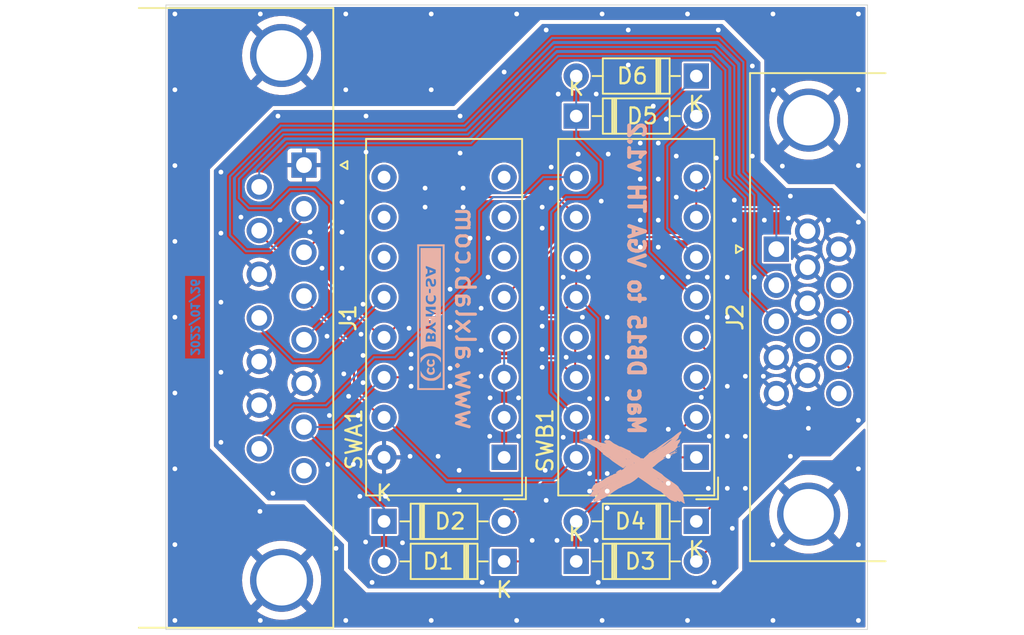
<source format=kicad_pcb>
(kicad_pcb (version 20211014) (generator pcbnew)
  (layers (0 "F.Cu" signal) (31 "B.Cu" signal) (34 "B.Paste" user) (35 "F.Paste" user) (36 "B.SilkS" user "B.Silkscreen") (37 "F.SilkS" user "F.Silkscreen") (38 "B.Mask" user) (39 "F.Mask" user) (44 "Edge.Cuts" user))
  (net 0 "")
  (net 1 "/S1-1")
  (net 2 "/D1")
  (net 3 "/D2")
  (net 4 "/D3")
  (net 5 "/S2-1")
  (net 6 "/D4")
  (net 7 "/S0-1")
  (net 8 "/D5")
  (net 9 "/D6")
  (net 10 "/HS")
  (net 11 "/VS")
  (net 12 "/B")
  (net 14 "/G")
  (net 15 "/CS")
  (net 16 "/R")
  (net 18 "/VS-2")
  (net 21 "Net-(SWA1-Pad1)")
  (net 28 "/HS-CS")
  (net 29 "/GND")
  (net 30 "/GND.S")
  (footprint "Connector_Dsub:DSUB-15_Male_Horizontal_P2.77x2.84mm_EdgePinOffset7.70mm_Housed_MountingHolesOffset9.12mm" (layer "F.Cu") (at 109.22 95.25 -90)
    (fp_text reference "J1" (at 9.695 -2.8 90) (layer "F.SilkS"))
    (fp_text value "Mac_DB15_Male_MountingHoles")
    (pad "0" thru_hole circle (at -6.955 1.42 270) (size 4 4) (drill 3.2) (layers *.Cu *.Mask) (net 30 "/GND.S"))
    (pad "0" thru_hole circle (at 26.345 1.42 270) (size 4 4) (drill 3.2) (layers *.Cu *.Mask) (net 30 "/GND.S"))
    (pad "1" thru_hole rect (at 0 0 270) (size 1.6 1.6) (drill 1) (layers *.Cu *.Mask) (net 29 "/GND"))
    (pad "2" thru_hole circle (at 2.77 0 270) (size 1.6 1.6) (drill 1) (layers *.Cu *.Mask) (net 16 "/R"))
    (pad "3" thru_hole circle (at 5.54 0 270) (size 1.6 1.6) (drill 1) (layers *.Cu *.Mask) (net 15 "/CS"))
    (pad "4" thru_hole circle (at 8.31 0 270) (size 1.6 1.6) (drill 1) (layers *.Cu *.Mask) (net 7 "/S0-1"))
    (pad "5" thru_hole circle (at 11.08 0 270) (size 1.6 1.6) (drill 1) (layers *.Cu *.Mask) (net 14 "/G"))
    (pad "6" thru_hole circle (at 13.85 0 270) (size 1.6 1.6) (drill 1) (layers *.Cu *.Mask) (net 29 "/GND"))
    (pad "7" thru_hole circle (at 16.62 0 270) (size 1.6 1.6) (drill 1) (layers *.Cu *.Mask) (net 1 "/S1-1"))
    (pad "8" thru_hole circle (at 19.39 0 270) (size 1.6 1.6) (drill 1) (layers *.Cu *.Mask))
    (pad "9" thru_hole circle (at 1.385 2.84 270) (size 1.6 1.6) (drill 1) (layers *.Cu *.Mask) (net 12 "/B"))
    (pad "10" thru_hole circle (at 4.155 2.84 270) (size 1.6 1.6) (drill 1) (layers *.Cu *.Mask) (net 5 "/S2-1"))
    (pad "11" thru_hole circle (at 6.925 2.84 270) (size 1.6 1.6) (drill 1) (layers *.Cu *.Mask) (net 29 "/GND"))
    (pad "12" thru_hole circle (at 9.695 2.84 270) (size 1.6 1.6) (drill 1) (layers *.Cu *.Mask) (net 11 "/VS"))
    (pad "13" thru_hole circle (at 12.465 2.84 270) (size 1.6 1.6) (drill 1) (layers *.Cu *.Mask) (net 29 "/GND"))
    (pad "14" thru_hole circle (at 15.235 2.84 270) (size 1.6 1.6) (drill 1) (layers *.Cu *.Mask) (net 29 "/GND"))
    (pad "15" thru_hole circle (at 18.005 2.84 270) (size 1.6 1.6) (drill 1) (layers *.Cu *.Mask) (net 10 "/HS"))
  )
  (footprint "project:SW_DIP_SPSTx08_Slide_9.78x22.5mm_W7.62mm_P2.54mm" (layer "F.Cu") (at 121.92 113.792 180)
    (fp_text reference "SWA1" (at 9.525 1.143 90) (layer "F.SilkS"))
    (fp_text value "SW_DIP_x08")
    (pad "1" thru_hole rect (at 0 0 180) (size 1.6 1.6) (drill 0.8) (layers *.Cu *.Mask) (net 21 "Net-(SWA1-Pad1)"))
    (pad "2" thru_hole oval (at 0 2.54 180) (size 1.6 1.6) (drill 0.8) (layers *.Cu *.Mask) (net 21 "Net-(SWA1-Pad1)"))
    (pad "3" thru_hole oval (at 0 5.08 180) (size 1.6 1.6) (drill 0.8) (layers *.Cu *.Mask) (net 21 "Net-(SWA1-Pad1)"))
    (pad "4" thru_hole oval (at 0 7.62 180) (size 1.6 1.6) (drill 0.8) (layers *.Cu *.Mask) (net 21 "Net-(SWA1-Pad1)"))
    (pad "5" thru_hole oval (at 0 10.16 180) (size 1.6 1.6) (drill 0.8) (layers *.Cu *.Mask) (net 18 "/VS-2"))
    (pad "6" thru_hole oval (at 0 12.7 180) (size 1.6 1.6) (drill 0.8) (layers *.Cu *.Mask))
    (pad "7" thru_hole oval (at 0 15.24 180) (size 1.6 1.6) (drill 0.8) (layers *.Cu *.Mask))
    (pad "8" thru_hole oval (at 0 17.78 180) (size 1.6 1.6) (drill 0.8) (layers *.Cu *.Mask))
    (pad "9" thru_hole oval (at 7.62 17.78 180) (size 1.6 1.6) (drill 0.8) (layers *.Cu *.Mask))
    (pad "10" thru_hole oval (at 7.62 15.24 180) (size 1.6 1.6) (drill 0.8) (layers *.Cu *.Mask))
    (pad "11" thru_hole oval (at 7.62 12.7 180) (size 1.6 1.6) (drill 0.8) (layers *.Cu *.Mask))
    (pad "12" thru_hole oval (at 7.62 10.16 180) (size 1.6 1.6) (drill 0.8) (layers *.Cu *.Mask) (net 11 "/VS"))
    (pad "13" thru_hole oval (at 7.62 7.62 180) (size 1.6 1.6) (drill 0.8) (layers *.Cu *.Mask) (net 5 "/S2-1"))
    (pad "14" thru_hole oval (at 7.62 5.08 180) (size 1.6 1.6) (drill 0.8) (layers *.Cu *.Mask) (net 1 "/S1-1"))
    (pad "15" thru_hole oval (at 7.62 2.54 180) (size 1.6 1.6) (drill 0.8) (layers *.Cu *.Mask) (net 7 "/S0-1"))
    (pad "16" thru_hole oval (at 7.62 0 180) (size 1.6 1.6) (drill 0.8) (layers *.Cu *.Mask) (net 29 "/GND"))
  )
  (footprint "Diode_THT:D_DO-35_SOD27_P7.62mm_Horizontal" (layer "F.Cu") (at 114.3 117.856)
    (fp_text reference "D2" (at 4.191 0) (layer "F.SilkS"))
    (fp_text value "1N4148")
    (fp_text user "K" (at 0 -1.8) (layer "F.SilkS"))
    (pad "1" thru_hole rect (at 0 0) (size 1.6 1.6) (drill 0.8) (layers *.Cu *.Mask) (net 1 "/S1-1"))
    (pad "2" thru_hole oval (at 7.62 0) (size 1.6 1.6) (drill 0.8) (layers *.Cu *.Mask) (net 3 "/D2"))
  )
  (footprint "Diode_THT:D_DO-35_SOD27_P7.62mm_Horizontal" (layer "F.Cu") (at 121.92 120.396 180)
    (fp_text reference "D1" (at 4.191 0) (layer "F.SilkS"))
    (fp_text value "1N4148")
    (fp_text user "K" (at 0 -1.8 180) (layer "F.SilkS"))
    (pad "1" thru_hole rect (at 0 0 180) (size 1.6 1.6) (drill 0.8) (layers *.Cu *.Mask) (net 2 "/D1"))
    (pad "2" thru_hole oval (at 7.62 0 180) (size 1.6 1.6) (drill 0.8) (layers *.Cu *.Mask) (net 1 "/S1-1"))
  )
  (footprint "Diode_THT:D_DO-35_SOD27_P7.62mm_Horizontal" (layer "F.Cu") (at 126.492 120.396)
    (fp_text reference "D3" (at 4.064 0) (layer "F.SilkS"))
    (fp_text value "1N4148")
    (fp_text user "K" (at 0 -1.8) (layer "F.SilkS"))
    (pad "1" thru_hole rect (at 0 0) (size 1.6 1.6) (drill 0.8) (layers *.Cu *.Mask) (net 5 "/S2-1"))
    (pad "2" thru_hole oval (at 7.62 0) (size 1.6 1.6) (drill 0.8) (layers *.Cu *.Mask) (net 4 "/D3"))
  )
  (footprint "Diode_THT:D_DO-35_SOD27_P7.62mm_Horizontal" (layer "F.Cu") (at 134.112 117.856 180)
    (fp_text reference "D4" (at 4.191 0) (layer "F.SilkS"))
    (fp_text value "1N4148")
    (fp_text user "K" (at 0 -1.8 180) (layer "F.SilkS"))
    (pad "1" thru_hole rect (at 0 0 180) (size 1.6 1.6) (drill 0.8) (layers *.Cu *.Mask) (net 6 "/D4"))
    (pad "2" thru_hole oval (at 7.62 0 180) (size 1.6 1.6) (drill 0.8) (layers *.Cu *.Mask) (net 5 "/S2-1"))
  )
  (footprint "Diode_THT:D_DO-35_SOD27_P7.62mm_Horizontal" (layer "F.Cu") (at 126.492 92.1385)
    (fp_text reference "D5" (at 4.191 0) (layer "F.SilkS"))
    (fp_text value "1N4148")
    (fp_text user "K" (at 0 -1.8) (layer "F.SilkS"))
    (pad "1" thru_hole rect (at 0 0) (size 1.6 1.6) (drill 0.8) (layers *.Cu *.Mask) (net 7 "/S0-1"))
    (pad "2" thru_hole oval (at 7.62 0) (size 1.6 1.6) (drill 0.8) (layers *.Cu *.Mask) (net 8 "/D5"))
  )
  (footprint "Diode_THT:D_DO-35_SOD27_P7.62mm_Horizontal" (layer "F.Cu") (at 134.112 89.5985 180)
    (fp_text reference "D6" (at 4.064 0) (layer "F.SilkS"))
    (fp_text value "1N4148")
    (fp_text user "K" (at 0 -1.8 180) (layer "F.SilkS"))
    (pad "1" thru_hole rect (at 0 0 180) (size 1.6 1.6) (drill 0.8) (layers *.Cu *.Mask) (net 9 "/D6"))
    (pad "2" thru_hole oval (at 7.62 0 180) (size 1.6 1.6) (drill 0.8) (layers *.Cu *.Mask) (net 7 "/S0-1"))
  )
  (footprint "project:SW_DIP_SPSTx08_Slide_9.78x22.5mm_W7.62mm_P2.54mm" (layer "F.Cu") (at 134.112 113.792 180)
    (fp_text reference "SWB1" (at 9.5885 1.0795 90) (layer "F.SilkS"))
    (fp_text value "SW_DIP_x08")
    (pad "1" thru_hole rect (at 0 0 180) (size 1.6 1.6) (drill 0.8) (layers *.Cu *.Mask) (net 2 "/D1"))
    (pad "2" thru_hole oval (at 0 2.54 180) (size 1.6 1.6) (drill 0.8) (layers *.Cu *.Mask) (net 3 "/D2"))
    (pad "3" thru_hole oval (at 0 5.08 180) (size 1.6 1.6) (drill 0.8) (layers *.Cu *.Mask) (net 6 "/D4"))
    (pad "4" thru_hole oval (at 0 7.62 180) (size 1.6 1.6) (drill 0.8) (layers *.Cu *.Mask) (net 4 "/D3"))
    (pad "5" thru_hole oval (at 0 10.16 180) (size 1.6 1.6) (drill 0.8) (layers *.Cu *.Mask) (net 9 "/D6"))
    (pad "6" thru_hole oval (at 0 12.7 180) (size 1.6 1.6) (drill 0.8) (layers *.Cu *.Mask) (net 8 "/D5"))
    (pad "7" thru_hole oval (at 0 15.24 180) (size 1.6 1.6) (drill 0.8) (layers *.Cu *.Mask) (net 28 "/HS-CS"))
    (pad "8" thru_hole oval (at 0 17.78 180) (size 1.6 1.6) (drill 0.8) (layers *.Cu *.Mask) (net 28 "/HS-CS"))
    (pad "9" thru_hole oval (at 7.62 17.78 180) (size 1.6 1.6) (drill 0.8) (layers *.Cu *.Mask) (net 10 "/HS"))
    (pad "10" thru_hole oval (at 7.62 15.24 180) (size 1.6 1.6) (drill 0.8) (layers *.Cu *.Mask) (net 15 "/CS"))
    (pad "11" thru_hole oval (at 7.62 12.7 180) (size 1.6 1.6) (drill 0.8) (layers *.Cu *.Mask) (net 5 "/S2-1"))
    (pad "12" thru_hole oval (at 7.62 10.16 180) (size 1.6 1.6) (drill 0.8) (layers *.Cu *.Mask) (net 5 "/S2-1"))
    (pad "13" thru_hole oval (at 7.62 7.62 180) (size 1.6 1.6) (drill 0.8) (layers *.Cu *.Mask) (net 1 "/S1-1"))
    (pad "14" thru_hole oval (at 7.62 5.08 180) (size 1.6 1.6) (drill 0.8) (layers *.Cu *.Mask) (net 1 "/S1-1"))
    (pad "15" thru_hole oval (at 7.62 2.54 180) (size 1.6 1.6) (drill 0.8) (layers *.Cu *.Mask) (net 7 "/S0-1"))
    (pad "16" thru_hole oval (at 7.62 0 180) (size 1.6 1.6) (drill 0.8) (layers *.Cu *.Mask) (net 7 "/S0-1"))
  )
  (footprint "project:logo_7_back" (layer "F.Cu") (at 131.1275 114.427 -90)
    (fp_text reference "G***" hide)
    (fp_text value "LOGO" hide)
  )
  (footprint "Connector_Dsub:DSUB-15-HD_Female_Horizontal_P2.29x1.98mm_EdgePinOffset3.03mm_Housed_MountingHolesOffset4.94mm" (layer "F.Cu") (at 139.192 100.584 90)
    (fp_text reference "J2" (at -4.315 -2.61 90) (layer "F.SilkS"))
    (fp_text value "VGA_DB15_Female_HighDensity_MountingHoles")
    (pad "0" thru_hole circle (at -16.815 2.05 90) (size 4 4) (drill 3.2) (layers *.Cu *.Mask) (net 30 "/GND.S"))
    (pad "0" thru_hole circle (at 8.185 2.05 90) (size 4 4) (drill 3.2) (layers *.Cu *.Mask) (net 30 "/GND.S"))
    (pad "1" thru_hole rect (at 0 0 90) (size 1.6 1.6) (drill 1) (layers *.Cu *.Mask) (net 16 "/R"))
    (pad "2" thru_hole circle (at -2.29 0 90) (size 1.6 1.6) (drill 1) (layers *.Cu *.Mask) (net 14 "/G"))
    (pad "3" thru_hole circle (at -4.58 0 90) (size 1.6 1.6) (drill 1) (layers *.Cu *.Mask) (net 12 "/B"))
    (pad "4" thru_hole circle (at -6.87 0 90) (size 1.6 1.6) (drill 1) (layers *.Cu *.Mask) (net 29 "/GND"))
    (pad "5" thru_hole circle (at -9.16 0 90) (size 1.6 1.6) (drill 1) (layers *.Cu *.Mask) (net 29 "/GND"))
    (pad "6" thru_hole circle (at 1.145 1.98 90) (size 1.6 1.6) (drill 1) (layers *.Cu *.Mask) (net 29 "/GND"))
    (pad "7" thru_hole circle (at -1.145 1.98 90) (size 1.6 1.6) (drill 1) (layers *.Cu *.Mask) (net 29 "/GND"))
    (pad "8" thru_hole circle (at -3.435 1.98 90) (size 1.6 1.6) (drill 1) (layers *.Cu *.Mask) (net 29 "/GND"))
    (pad "9" thru_hole circle (at -5.725 1.98 90) (size 1.6 1.6) (drill 1) (layers *.Cu *.Mask))
    (pad "10" thru_hole circle (at -8.015 1.98 90) (size 1.6 1.6) (drill 1) (layers *.Cu *.Mask) (net 29 "/GND"))
    (pad "11" thru_hole circle (at 0 3.96 90) (size 1.6 1.6) (drill 1) (layers *.Cu *.Mask) (net 29 "/GND"))
    (pad "12" thru_hole circle (at -2.29 3.96 90) (size 1.6 1.6) (drill 1) (layers *.Cu *.Mask))
    (pad "13" thru_hole circle (at -4.58 3.96 90) (size 1.6 1.6) (drill 1) (layers *.Cu *.Mask) (net 28 "/HS-CS"))
    (pad "14" thru_hole circle (at -6.87 3.96 90) (size 1.6 1.6) (drill 1) (layers *.Cu *.Mask) (net 18 "/VS-2"))
    (pad "15" thru_hole circle (at -9.16 3.96 90) (size 1.6 1.6) (drill 1) (layers *.Cu *.Mask))
  )
  (footprint "project:cc_by_nc_sa_small_9mm_front_silk_screen" (layer "B.Cu") (at 117.2845 104.902 90)
    (fp_text reference "G***" hide)
    (fp_text value "LOGO" hide)
  )
  (gr_line (start 100.457 124.714) (end 100.457 85.09) (layer "Edge.Cuts") (width 0.05))
  (gr_line (start 144.9705 85.09) (end 144.9705 124.714) (layer "Edge.Cuts") (width 0.05))
  (gr_line (start 144.9705 124.714) (end 100.457 124.714) (layer "Edge.Cuts") (width 0.05))
  (gr_line (start 100.457 85.09) (end 144.9705 85.09) (layer "Edge.Cuts") (width 0.05))
  (gr_text "2022/01/26" (at 102.2985 104.902 -90) (layer "B.Cu") (effects (font (size 0.5 0.5) (thickness 0.125)) (justify mirror)))
  (gr_text "www.alxlab.com" (at 119.4435 104.9655 -90) (layer "B.SilkS") (effects (font (size 1.2 1.2) (thickness 0.2)) (justify mirror)))
  (gr_text "Mac DB15 to VGA TH v1.2" (at 130.302 102.4255 -90) (layer "B.SilkS") (effects (font (size 1 1) (thickness 0.25)) (justify mirror)))
  (segment (start 125.222 107.5055) (end 120.777 107.5055) (width 0.127) (layer "F.Cu") (net 1))
  (segment (start 126.4285 108.585) (end 126.4285 106.045) (width 0.127) (layer "F.Cu") (net 1))
  (segment (start 120.777 107.5055) (end 119.5705 108.712) (width 0.127) (layer "F.Cu") (net 1))
  (segment (start 119.5705 108.712) (end 114.3 108.712) (width 0.127) (layer "F.Cu") (net 1))
  (segment (start 126.492 108.7755) (end 125.222 107.5055) (width 0.127) (layer "F.Cu") (net 1))
  (segment (start 114.3 117.034) (end 114.3 117.856) (width 0.127) (layer "B.Cu") (net 1))
  (segment (start 114.3 120.396) (end 114.3 117.856) (width 0.127) (layer "B.Cu") (net 1))
  (segment (start 109.1565 111.8905) (end 114.3 117.034) (width 0.127) (layer "B.Cu") (net 1))
  (segment (start 109.1565 111.87) (end 111.0785 111.87) (width 0.127) (layer "B.Cu") (net 1))
  (segment (start 111.0785 111.87) (end 114.2365 108.712) (width 0.127) (layer "B.Cu") (net 1))
  (segment (start 124.7775 118.8085) (end 123.19 120.396) (width 0.127) (layer "F.Cu") (net 2))
  (segment (start 133.1595 113.792) (end 133.096 113.8555) (width 0.127) (layer "F.Cu") (net 2))
  (segment (start 124.7775 117.4115) (end 124.7775 118.8085) (width 0.127) (layer "F.Cu") (net 2))
  (segment (start 130.4925 116.459) (end 125.73 116.459) (width 0.127) (layer "F.Cu") (net 2))
  (segment (start 123.19 120.396) (end 121.92 120.396) (width 0.127) (layer "F.Cu") (net 2))
  (segment (start 133.096 113.8555) (end 130.4925 116.459) (width 0.127) (layer "F.Cu") (net 2))
  (segment (start 134.112 113.792) (end 133.1595 113.792) (width 0.127) (layer "F.Cu") (net 2))
  (segment (start 130.4925 116.459) (end 129.8575 116.459) (width 0.127) (layer "F.Cu") (net 2))
  (segment (start 125.73 116.459) (end 124.7775 117.4115) (width 0.127) (layer "F.Cu") (net 2))
  (segment (start 122.428 117.856) (end 121.92 117.856) (width 0.127) (layer "F.Cu") (net 3))
  (segment (start 124.3965 115.3795) (end 121.92 117.856) (width 0.127) (layer "F.Cu") (net 3))
  (segment (start 129.794 115.3795) (end 124.3965 115.3795) (width 0.127) (layer "F.Cu") (net 3))
  (segment (start 134.0485 111.125) (end 129.794 115.3795) (width 0.127) (layer "F.Cu") (net 3))
  (segment (start 136.652 116.6495) (end 136.652 108.9025) (width 0.127) (layer "F.Cu") (net 4))
  (segment (start 134.112 120.396) (end 135.6995 118.8085) (width 0.127) (layer "F.Cu") (net 4))
  (segment (start 134.112 106.3625) (end 134.112 106.172) (width 0.127) (layer "F.Cu") (net 4))
  (segment (start 135.6995 117.602) (end 136.652 116.6495) (width 0.127) (layer "F.Cu") (net 4))
  (segment (start 136.652 108.9025) (end 134.112 106.3625) (width 0.127) (layer "F.Cu") (net 4))
  (segment (start 135.6995 118.8085) (end 135.6995 117.602) (width 0.127) (layer "F.Cu") (net 4))
  (segment (start 110.2995 102.362) (end 110.2995 102.362) (width 0.127) (layer "F.Cu") (net 5))
  (segment (start 114.3 106.2355) (end 115.6335 104.902) (width 0.127) (layer "F.Cu") (net 5))
  (segment (start 125.2855 104.902) (end 126.492 103.6955) (width 0.127) (layer "F.Cu") (net 5))
  (segment (start 126.492 103.6955) (end 126.492 101.1555) (width 0.127) (layer "F.Cu") (net 5))
  (segment (start 110.2995 102.362) (end 114.3 106.3625) (width 0.127) (layer "F.Cu") (net 5))
  (segment (start 126.365 103.759) (end 126.492 103.632) (width 0.25) (layer "F.Cu") (net 5))
  (segment (start 107.823 101.0385) (end 107.823 101.6635) (width 0.127) (layer "F.Cu") (net 5))
  (segment (start 108.5215 102.362) (end 110.2995 102.362) (width 0.127) (layer "F.Cu") (net 5))
  (segment (start 107.823 101.6635) (end 108.5215 102.362) (width 0.127) (layer "F.Cu") (net 5))
  (segment (start 106.38 99.5955) (end 107.823 101.0385) (width 0.127) (layer "F.Cu") (net 5))
  (segment (start 115.6335 104.902) (end 125.2855 104.902) (width 0.127) (layer "F.Cu") (net 5))
  (segment (start 127.889 116.459) (end 127.889 104.9655) (width 0.127) (layer "B.Cu") (net 5))
  (segment (start 126.492 117.856) (end 127.889 116.459) (width 0.127) (layer "B.Cu") (net 5))
  (segment (start 127.889 104.9655) (end 126.4285 103.505) (width 0.127) (layer "B.Cu") (net 5))
  (segment (start 126.492 117.856) (end 126.492 120.396) (width 0.127) (layer "B.Cu") (net 5))
  (segment (start 126.872978 103.759022) (end 126.872978 103.759) (width 0.25) (layer "B.Cu") (net 5))
  (segment (start 135.509 110.2995) (end 134.112 108.9025) (width 0.127) (layer "F.Cu") (net 6))
  (segment (start 134.112 117.856) (end 135.509 116.459) (width 0.127) (layer "F.Cu") (net 6))
  (segment (start 135.509 116.459) (end 135.509 110.2995) (width 0.127) (layer "F.Cu") (net 6))
  (segment (start 109.22 103.759) (end 112.395 106.934) (width 0.127) (layer "F.Cu") (net 7))
  (segment (start 112.395 106.934) (end 112.395 109.5375) (width 0.127) (layer "F.Cu") (net 7))
  (segment (start 126.491996 113.792) (end 126.492 113.792) (width 0.25) (layer "F.Cu") (net 7))
  (segment (start 126.111 111.76) (end 126.111 111.506) (width 0.25) (layer "F.Cu") (net 7))
  (segment (start 112.395 109.5375) (end 114.3 111.4425) (width 0.127) (layer "F.Cu") (net 7))
  (segment (start 109.22 103.7075) (end 109.22 103.759) (width 0.127) (layer "F.Cu") (net 7))
  (segment (start 125.857 97.282) (end 124.9045 98.2345) (width 0.127) (layer "B.Cu") (net 7))
  (segment (start 128.04775 95.02775) (end 128.04775 96.393) (width 0.127) (layer "B.Cu") (net 7))
  (segment (start 126.492 93.472) (end 128.04775 95.02775) (width 0.127) (layer "B.Cu") (net 7))
  (segment (start 126.492 89.8525) (end 126.492 93.472) (width 0.127) (layer "B.Cu") (net 7))
  (segment (start 124.9045 98.2345) (end 124.9045 109.6645) (width 0.127) (layer "B.Cu") (net 7))
  (segment (start 126.492 111.252) (end 126.492 113.792) (width 0.127) (layer "B.Cu") (net 7))
  (segment (start 128.04775 96.42475) (end 127.1905 97.282) (width 0.127) (layer "B.Cu") (net 7))
  (segment (start 126.492 113.792) (end 125.0315 115.2525) (width 0.127) (layer "B.Cu") (net 7))
  (segment (start 127.1905 97.282) (end 125.857 97.282) (width 0.127) (layer "B.Cu") (net 7))
  (segment (start 125.0315 115.2525) (end 118.3005 115.2525) (width 0.127) (layer "B.Cu") (net 7))
  (segment (start 124.9045 109.6645) (end 126.492 111.252) (width 0.127) (layer "B.Cu") (net 7))
  (segment (start 118.3005 115.2525) (end 114.3 111.252) (width 0.127) (layer "B.Cu") (net 7))
  (segment (start 134.112 101.092) (end 133.7945 100.7745) (width 0.127) (layer "F.Cu") (net 8))
  (segment (start 133.985 100.965) (end 134.112 101.092) (width 0.25) (layer "F.Cu") (net 8))
  (segment (start 132.2705 94.0435) (end 132.2705 99.2505) (width 0.127) (layer "B.Cu") (net 8))
  (segment (start 134.0485 92.2655) (end 132.2705 94.0435) (width 0.127) (layer "B.Cu") (net 8))
  (segment (start 132.2705 99.2505) (end 134.112 101.092) (width 0.127) (layer "B.Cu") (net 8))
  (segment (start 131.1275 100.7745) (end 133.985 103.632) (width 0.127) (layer "B.Cu") (net 9))
  (segment (start 133.985 103.632) (end 134.112 103.632) (width 0.127) (layer "B.Cu") (net 9))
  (segment (start 134.112 89.5985) (end 131.1275 92.583) (width 0.127) (layer "B.Cu") (net 9))
  (segment (start 134.112 90.043) (end 134.112 89.8525) (width 0.127) (layer "B.Cu") (net 9))
  (segment (start 131.1275 92.583) (end 131.1275 100.7745) (width 0.127) (layer "B.Cu") (net 9))
  (segment (start 124.3965 96.012) (end 126.492 96.012) (width 0.127) (layer "B.Cu") (net 10))
  (segment (start 108.585 110.49) (end 110.617 110.49) (width 0.127) (layer "B.Cu") (net 10))
  (segment (start 120.3325 98.171) (end 121.2215 97.282) (width 0.127) (layer "B.Cu") (net 10))
  (segment (start 106.38 113.255) (end 106.38 112.695) (width 0.127) (layer "B.Cu") (net 10))
  (segment (start 121.2215 97.282) (end 123.1265 97.282) (width 0.127) (layer "B.Cu") (net 10))
  (segment (start 114.9985 107.442) (end 120.3325 102.108) (width 0.127) (layer "B.Cu") (net 10))
  (segment (start 113.665 107.442) (end 114.9985 107.442) (width 0.127) (layer "B.Cu") (net 10))
  (segment (start 123.1265 97.282) (end 124.3965 96.012) (width 0.127) (layer "B.Cu") (net 10))
  (segment (start 110.617 110.49) (end 113.665 107.442) (width 0.127) (layer "B.Cu") (net 10))
  (segment (start 106.38 112.695) (end 108.585 110.49) (width 0.127) (layer "B.Cu") (net 10))
  (segment (start 120.3325 102.108) (end 120.3325 98.171) (width 0.127) (layer "B.Cu") (net 10))
  (segment (start 110.236 107.696) (end 114.2365 103.6955) (width 0.127) (layer "B.Cu") (net 11))
  (segment (start 106.38 105.0925) (end 106.38 105.5545) (width 0.127) (layer "B.Cu") (net 11))
  (segment (start 106.38 105.5545) (end 108.5215 107.696) (width 0.127) (layer "B.Cu") (net 11))
  (segment (start 108.5215 107.696) (end 110.236 107.696) (width 0.127) (layer "B.Cu") (net 11))
  (segment (start 135.9535 96.0755) (end 137.2235 97.3455) (width 0.127) (layer "B.Cu") (net 12))
  (segment (start 135.9535 89.2175) (end 135.9535 96.0755) (width 0.127) (layer "B.Cu") (net 12))
  (segment (start 106.38 96.7825) (end 106.38 95.6389) (width 0.127) (layer "B.Cu") (net 12))
  (segment (start 135.0645 88.3285) (end 135.9535 89.2175) (width 0.127) (layer "B.Cu") (net 12))
  (segment (start 137.2235 97.3455) (end 137.2235 103.1955) (width 0.127) (layer "B.Cu") (net 12))
  (segment (start 137.2235 103.1955) (end 139.192 105.164) (width 0.127) (layer "B.Cu") (net 12))
  (segment (start 119.8118 93.8657) (end 125.349 88.3285) (width 0.127) (layer "B.Cu") (net 12))
  (segment (start 106.38 95.6389) (end 108.1532 93.8657) (width 0.127) (layer "B.Cu") (net 12))
  (segment (start 108.1532 93.8657) (end 119.8118 93.8657) (width 0.127) (layer "B.Cu") (net 12))
  (segment (start 125.349 88.3285) (end 135.0645 88.3285) (width 0.127) (layer "B.Cu") (net 12))
  (segment (start 105.0925 96.1263) (end 107.9119 93.3069) (width 0.127) (layer "B.Cu") (net 14))
  (segment (start 105.7275 97.9805) (end 105.0925 97.3455) (width 0.127) (layer "B.Cu") (net 14))
  (segment (start 136.525 95.885) (end 137.795 97.155) (width 0.127) (layer "B.Cu") (net 14))
  (segment (start 109.9185 96.774) (end 108.331 96.774) (width 0.127) (layer "B.Cu") (net 14))
  (segment (start 108.331 96.774) (end 107.1245 97.9805) (width 0.127) (layer "B.Cu") (net 14))
  (segment (start 107.1245 97.9805) (end 105.7275 97.9805) (width 0.127) (layer "B.Cu") (net 14))
  (segment (start 137.795 101.477) (end 139.192 102.874) (width 0.127) (layer "B.Cu") (net 14))
  (segment (start 137.795 97.155) (end 137.795 101.477) (width 0.127) (layer "B.Cu") (net 14))
  (segment (start 109.1565 106.3505) (end 110.9345 104.5725) (width 0.127) (layer "B.Cu") (net 14))
  (segment (start 136.525 88.9635) (end 136.525 95.885) (width 0.127) (layer "B.Cu") (net 14))
  (segment (start 110.9345 104.5725) (end 110.9345 97.79) (width 0.127) (layer "B.Cu") (net 14))
  (segment (start 105.0925 97.3455) (end 105.0925 96.1263) (width 0.127) (layer "B.Cu") (net 14))
  (segment (start 107.9119 93.3069) (end 119.6086 93.3069) (width 0.127) (layer "B.Cu") (net 14))
  (segment (start 135.3185 87.757) (end 136.525 88.9635) (width 0.127) (layer "B.Cu") (net 14))
  (segment (start 110.9345 97.79) (end 109.9185 96.774) (width 0.127) (layer "B.Cu") (net 14))
  (segment (start 119.6086 93.3069) (end 125.1585 87.757) (width 0.127) (layer "B.Cu") (net 14))
  (segment (start 125.1585 87.757) (end 135.3185 87.757) (width 0.127) (layer "B.Cu") (net 14))
  (segment (start 125.2855 97.282) (end 112.728 97.282) (width 0.127) (layer "F.Cu") (net 15))
  (segment (start 109.22 100.79) (end 109.535001 100.474999) (width 0.25) (layer "F.Cu") (net 15))
  (segment (start 126.4285 98.425) (end 125.2855 97.282) (width 0.127) (layer "F.Cu") (net 15))
  (segment (start 112.728 97.282) (end 109.22 100.79) (width 0.127) (layer "F.Cu") (net 15))
  (segment (start 109.22 98.02) (end 109.22 98.2345) (width 0.127) (layer "B.Cu") (net 16))
  (segment (start 137.0965 88.7095) (end 137.0965 95.6945) (width 0.127) (layer "B.Cu") (net 16))
  (segment (start 135.5725 87.1855) (end 137.0965 88.7095) (width 0.127) (layer "B.Cu") (net 16))
  (segment (start 104.521 99.695) (end 104.521 95.9739) (width 0.127) (layer "B.Cu") (net 16))
  (segment (start 137.0965 95.6945) (end 139.192 97.79) (width 0.127) (layer "B.Cu") (net 16))
  (segment (start 109.22 98.552) (end 107.061 100.711) (width 0.127) (layer "B.Cu") (net 16))
  (segment (start 107.7468 92.7481) (end 119.4054 92.7481) (width 0.127) (layer "B.Cu") (net 16))
  (segment (start 119.4054 92.7481) (end 124.968 87.1855) (width 0.127) (layer "B.Cu") (net 16))
  (segment (start 107.061 100.711) (end 105.537 100.711) (width 0.127) (layer "B.Cu") (net 16))
  (segment (start 124.968 87.1855) (end 135.5725 87.1855) (width 0.127) (layer "B.Cu") (net 16))
  (segment (start 104.521 95.9739) (end 107.7468 92.7481) (width 0.127) (layer "B.Cu") (net 16))
  (segment (start 109.22 98.1675) (end 109.22 98.552) (width 0.127) (layer "B.Cu") (net 16))
  (segment (start 105.537 100.711) (end 104.521 99.695) (width 0.127) (layer "B.Cu") (net 16))
  (segment (start 139.192 97.79) (end 139.192 100.584) (width 0.127) (layer "B.Cu") (net 16))
  (segment (start 137.795 107.7595) (end 137.795 110.617) (width 0.127) (layer "F.Cu") (net 18))
  (segment (start 144.399 108.701) (end 143.152 107.454) (width 0.127) (layer "F.Cu") (net 18))
  (segment (start 138.4935 111.3155) (end 143.637 111.3155) (width 0.127) (layer "F.Cu") (net 18))
  (segment (start 137.795 110.617) (end 138.4935 111.3155) (width 0.127) (layer "F.Cu") (net 18))
  (segment (start 135.509 100.5205) (end 135.509 105.4735) (width 0.127) (layer "F.Cu") (net 18))
  (segment (start 134.8105 99.822) (end 135.509 100.5205) (width 0.127) (layer "F.Cu") (net 18))
  (segment (start 143.637 111.3155) (end 144.399 110.5535) (width 0.127) (layer "F.Cu") (net 18))
  (segment (start 135.509 105.4735) (end 137.795 107.7595) (width 0.127) (layer "F.Cu") (net 18))
  (segment (start 125.73 99.822) (end 134.8105 99.822) (width 0.127) (layer "F.Cu") (net 18))
  (segment (start 144.399 110.5535) (end 144.399 108.701) (width 0.127) (layer "F.Cu") (net 18))
  (segment (start 121.92 103.632) (end 125.73 99.822) (width 0.127) (layer "F.Cu") (net 18))
  (segment (start 121.92 113.792) (end 121.92 106.172) (width 0.127) (layer "B.Cu") (net 21))
  (segment (start 134.112 96.2025) (end 134.112 98.7425) (width 0.127) (layer "F.Cu") (net 28))
  (segment (start 142.748 98.044) (end 135.9535 98.044) (width 0.127) (layer "F.Cu") (net 28))
  (segment (start 143.152 105.164) (end 144.4625 103.8535) (width 0.127) (layer "F.Cu") (net 28))
  (segment (start 144.4625 99.7585) (end 142.748 98.044) (width 0.127) (layer "F.Cu") (net 28))
  (segment (start 135.9535 98.044) (end 134.112 96.2025) (width 0.127) (layer "F.Cu") (net 28))
  (segment (start 144.4625 103.8535) (end 144.4625 99.7585) (width 0.127) (layer "F.Cu") (net 28))
  (segment (start 135.3875 94.8) (end 136.2 94.8) (width 0.25) (layer "F.Cu") (net 29))
  (segment (start 109.22 109.1) (end 109.22 109.347) (width 0.5) (layer "F.Cu") (net 29))
  (segment (start 135.255 94.8) (end 135.3875 94.8) (width 0.25) (layer "F.Cu") (net 29))
  (via (at 128.4605 104.902) (size 0.6) (drill 0.3) (layers "F.Cu" "B.Cu") (net 29))
  (via (at 127.254 102.362) (size 0.6) (drill 0.3) (layers "F.Cu" "B.Cu") (net 29))
  (via (at 125.6665 102.362) (size 0.6) (drill 0.3) (layers "F.Cu" "B.Cu") (net 29))
  (via (at 119.3165 97.917) (size 0.6) (drill 0.3) (layers "F.Cu" "B.Cu") (net 29))
  (via (at 116.9035 97.917) (size 0.6) (drill 0.3) (layers "F.Cu" "B.Cu") (net 29))
  (via (at 136.0805 112.4585) (size 0.6) (drill 0.3) (layers "F.Cu" "B.Cu") (net 29))
  (via (at 118.491 109.2835) (size 0.6) (drill 0.3) (layers "F.Cu" "B.Cu") (net 29))
  (via (at 139.954 98.6155) (size 0.6) (drill 0.3) (layers "F.Cu" "B.Cu") (net 29))
  (via (at 132.207 92.329) (size 0.6) (drill 0.3) (layers "F.Cu" "B.Cu") (net 29))
  (via (at 127.3429 112.5093) (size 0.6) (drill 0.3) (layers "F.Cu" "B.Cu") (net 29))
  (via (at 134.4295 109.982) (size 0.6) (drill 0.3) (layers "F.Cu" "B.Cu") (net 29))
  (via (at 110.363 101.7905) (size 0.6) (drill 0.3) (layers "F.Cu" "B.Cu") (net 29))
  (via (at 120.904 102.362) (size 0.6) (drill 0.3) (layers "F.Cu" "B.Cu") (net 29))
  (via (at 127.762 119.0625) (size 0.6) (drill 0.3) (layers "F.Cu" "B.Cu") (net 29))
  (via (at 144.399 111.4425) (size 0.6) (drill 0.3) (layers "F.Cu" "B.Cu") (net 29))
  (via (at 136.525 98.7425) (size 0.6) (drill 0.3) (layers "F.Cu" "B.Cu") (net 29))
  (via (at 136.0805 104.902) (size 0.6) (drill 0.3) (layers "F.Cu" "B.Cu") (net 29))
  (via (at 141.224 111.9505) (size 0.6) (drill 0.3) (layers "F.Cu" "B.Cu") (net 29))
  (via (at 131.3815 91.5035) (size 0.6) (drill 0.3) (layers "F.Cu" "B.Cu") (net 29))
  (via (at 127.3429 114.8207) (size 0.6) (drill 0.3) (layers "F.Cu" "B.Cu") (net 29))
  (via (at 115.8875 105.6005) (size 0.6) (drill 0.3) (layers "F.Cu" "B.Cu") (net 29))
  (via (at 119.0625 115.8875) (size 0.6) (drill 0.3) (layers "F.Cu" "B.Cu") (net 29))
  (via (at 116.0145 107.2515) (size 0.6) (drill 0.3) (layers "F.Cu" "B.Cu") (net 29))
  (via (at 142.494 98.7425) (size 0.6) (drill 0.3) (layers "F.Cu" "B.Cu") (net 29))
  (via (at 126.619 94.5515) (size 0.6) (drill 0.3) (layers "F.Cu" "B.Cu") (net 29))
  (via (at 119.126 94.488) (size 0.6) (drill 0.3) (layers "F.Cu" "B.Cu") (net 29))
  (via (at 138.43 98.7425) (size 0.6) (drill 0.3) (layers "F.Cu" "B.Cu") (net 29))
  (via (at 131.699 93.853) (size 0.6) (drill 0.3) (layers "F.Cu" "B.Cu") (net 29))
  (via (at 119.0625 114.6175) (size 0.6) (drill 0.3) (layers "F.Cu" "B.Cu") (net 29))
  (via (at 128.4605 117.0051) (size 0.6) (drill 0.3) (layers "F.Cu" "B.Cu") (net 29))
  (via (at 116.9035 96.7105) (size 0.6) (drill 0.3) (layers "F.Cu" "B.Cu") (net 29))
  (via (at 110.6805 106.1085) (size 0.6) (drill 0.3) (layers "F.Cu" "B.Cu") (net 29))
  (via (at 109.601 99.5045) (size 0.6) (drill 0.3) (layers "F.Cu" "B.Cu") (net 29))
  (via (at 116.0145 108.1405) (size 0.6) (drill 0.3) (layers "F.Cu" "B.Cu") (net 29))
  (via (at 128.4605 107.442) (size 0.6) (drill 0.3) (layers "F.Cu" "B.Cu") (net 29))
  (via (at 105.2195 98.552) (size 0.6) (drill 0.3) (layers "F.Cu" "B.Cu") (net 29))
  (via (at 136.0805 115.7605) (size 0.6) (drill 0.3) (layers "F.Cu" "B.Cu") (net 29))
  (via (at 124.333 99.2505) (size 0.6) (drill 0.3) (layers "F.Cu" "B.Cu") (net 29))
  (via (at 119.126 92.1385) (size 0.6) (drill 0.3) (layers "F.Cu" "B.Cu") (net 29))
  (via (at 113.1316 119.1641) (size 0.6) (drill 0.3) (layers "F.Cu" "B.Cu") (net 29))
  (via (at 137.668 94.6785) (size 0.6) (drill 0.3) (layers "F.Cu" "B.Cu") (net 29))
  (via (at 115.4684 119.2149) (size 0.6) (drill 0.3) (layers "F.Cu" "B.Cu") (net 29))
  (via (at 134.9375 112.4585) (size 0.6) (drill 0.3) (layers "F.Cu" "B.Cu") (net 29))
  (via (at 112.8395 105.9815) (size 0.6) (drill 0.3) (layers "F.Cu" "B.Cu") (net 29))
  (via (at 113.157 92.1385) (size 0.6) (drill 0.3) (layers "F.Cu" "B.Cu") (net 29))
  (via (at 136.525 97.4725) (size 0.6) (drill 0.3) (layers "F.Cu" "B.Cu") (net 29))
  (via (at 103.9495 112.8395) (size 0.6) (drill 0.3) (layers "F.Cu" "B.Cu") (net 29))
  (via (at 126.8857 104.902) (size 0.6) (drill 0.3) (layers "F.Cu" "B.Cu") (net 29))
  (via (at 124.9045 96.7105) (size 0.6) (drill 0.3) (layers "F.Cu" "B.Cu") (net 29))
  (via (at 120.4595 108.6485) (size 0.6) (drill 0.3) (layers "F.Cu" "B.Cu") (net 29))
  (via (at 132.334 112.014) (size 0.6) (drill 0.3) (layers "F.Cu" "B.Cu") (net 29))
  (via (at 128.524 94.5515) (size 0.6) (drill 0.3) (layers "F.Cu" "B.Cu") (net 29))
  (via (at 131.699 96.139) (size 0.6) (drill 0.3) (layers "F.Cu" "B.Cu") (net 29))
  (via (at 121.031 110.0201) (size 0.6) (drill 0.3) (layers "F.Cu" "B.Cu") (net 29))
  (via (at 123.698 119.0625) (size 0.6) (drill 0.3) (layers "F.Cu" "B.Cu") (net 29))
  (via (at 144.399 98.8695) (size 0.6) (drill 0.3) (layers "F.Cu" "B.Cu") (net 29))
  (via (at 103.9495 95.6945) (size 0.6) (drill 0.3) (layers "F.Cu" "B.Cu") (net 29))
  (via (at 119.761 99.8855) (size 0.6) (drill 0.3) (layers "F.Cu" "B.Cu") (net 29))
  (via (at 125.6665 112.522) (size 0.6) (drill 0.3) (layers "F.Cu" "B.Cu") (net 29))
  (via (at 111.633 97.5995) (size 0.6) (drill 0.3) (layers "F.Cu" "B.Cu") (net 29))
  (via (at 138.3665 108.6485) (size 0.6) (drill 0.3) (layers "F.Cu" "B.Cu") (net 29))
  (via (at 112.9665 107.3277) (size 0.6) (drill 0.3) (layers "F.Cu" "B.Cu") (net 29))
  (via (at 129.794 88.9) (size 0.6) (drill 0.3) (layers "F.Cu" "B.Cu") (net 29))
  (via (at 112.0775 104.9655) (size 0.6) (drill 0.3) (layers "F.Cu" "B.Cu") (net 29))
  (via (at 112.7633 116.2685) (size 0.6) (drill 0.3) (layers "F.Cu" "B.Cu") (net 29))
  (via (at 103.9495 103.9495) (size 0.6) (drill 0.3) (layers "F.Cu" "B.Cu") (net 29))
  (via (at 121.0056 112.4585) (size 0.6) (drill 0.3) (layers "F.Cu" "B.Cu") (net 29))
  (via (at 125.857 107.442) (size 0.6) (drill 0.3) (layers "F.Cu" "B.Cu") (net 29))
  (via (at 107.696 98.7425) (size 0.6) (drill 0.3) (layers "F.Cu" "B.Cu") (net 29))
  (via (at 121.92 89.3445) (size 0.6) (drill 0.3) (layers "F.Cu" "B.Cu") (net 29))
  (via (at 125.2728 119.0625) (size 0.6) (drill 0.3) (layers "F.Cu" "B.Cu") (net 29))
  (via (at 124.587 86.6775) (size 0.6) (drill 0.3) (layers "F.Cu" "B.Cu") (net 29))
  (via (at 124.5235 114.6175) (size 0.6) (drill 0.3) (layers "F.Cu" "B.Cu") (net 29))
  (via (at 118.491 105.537) (size 0.6) (drill 0.3) (layers "F.Cu" "B.Cu") (net 29))
  (via (at 122.8344 110.0201) (size 0.6) (drill 0.3) (layers "F.Cu" "B.Cu") (net 29))
  (via (at 130.556 100.457) (size 0.6) (drill 0.3) (layers "F.Cu" "B.Cu") (net 29))
  (via (at 136.0805 102.362) (size 0.6) (drill 0.3) (layers "F.Cu" "B.Cu") (net 29))
  (via (at 131.953 102.362) (size 0.6) (drill 0.3) (layers "F.Cu" "B.Cu") (net 29))
  (via (at 130.556 98.7425) (size 0.6) (drill 0.3) (layers "F.Cu" "B.Cu") (net 29))
  (via (at 130.556 93.853) (size 0.6) (drill 0.3) (layers "F.Cu" "B.Cu") (net 29))
  (via (at 122.8344 112.4585) (size 0.6) (drill 0.3) (layers "F.Cu" "B.Cu") (net 29))
  (via (at 111.633 99.5045) (size 0.6) (drill 0.3) (layers "F.Cu" "B.Cu") (net 29))
  (via (at 110.8329 111.1377) (size 0.6) (drill 0.3) (layers "F.Cu" "B.Cu") (net 29))
  (via (at 112.0521 109.9185) (size 0.6) (drill 0.3) (layers "F.Cu" "B.Cu") (net 29))
  (via (at 137.2235 108.6485) (size 0.6) (drill 0.3) (layers "F.Cu" "B.Cu") (net 29))
  (via (at 107.2515 116.078) (size 0.6) (drill 0.3) (layers "F.Cu" "B.Cu") (net 29))
  (via (at 116.0145 109.2835) (size 0.6) (drill 0.3) (layers "F.Cu" "B.Cu") (net 29))
  (via (at 128.4605 114.8207) (size 0.6) (drill 0.3) (layers "F.Cu" "B.Cu") (net 29))
  (via (at 134.874 115.7605) (size 0.6) (drill 0.3) (layers "F.Cu" "B.Cu") (net 29))
  (via (at 127.3429 107.442) (size 0.6) (drill 0.3) (layers "F.Cu" "B.Cu") (net 29))
  (via (at 103.9495 108.3945) (size 0.6) (drill 0.3) (layers "F.Cu" "B.Cu") (net 29))
  (via (at 124.587 116.5225) (size 0.6) (drill 0.3) (layers "F.Cu" "B.Cu") (net 29))
  (via (at 127.3429 110.0709) (size 0.6) (drill 0.3) (layers "F.Cu" "B.Cu") (net 29))
  (via (at 127.762 90.7415) (size 0.6) (drill 0.3) (layers "F.Cu" "B.Cu") (net 29))
  (via (at 137.668 88.9635) (size 0.6) (drill 0.3) (layers "F.Cu" "B.Cu") (net 29))
  (via (at 120.4595 106.9975) (size 0.6) (drill 0.3) (layers "F.Cu" "B.Cu") (net 29))
  (via (at 111.633 101.7905) (size 0.6) (drill 0.3) (layers "F.Cu" "B.Cu") (net 29))
  (via (at 124.333 106.934) (size 0.6) (drill 0.3) (layers "F.Cu" "B.Cu") (net 29))
  (via (at 132.334 113.7285) (size 0.6) (drill 0.3) (layers "F.Cu" "B.Cu") (net 29))
  (via (at 103.9495 99.568) (size 0.6) (drill 0.3) (layers "F.Cu" "B.Cu") (net 29))
  (via (at 120.904 99.8855) (size 0.6) (drill 0.3) (layers "F.Cu" "B.Cu") (net 29))
  (via (at 111.7473 108.4961) (size 0.6) (drill 0.3) (layers "F.Cu" "B.Cu") (net 29))
  (via (at 134.8105 102.362) (size 0.6) (drill 0.3) (layers "F.Cu" "B.Cu") (net 29))
  (via (at 112.9665 109.0549) (size 0.6) (drill 0.3) (layers "F.Cu" "B.Cu") (net 29))
  (via (at 112.9665 104.0765) (size 0.6) (drill 0.3) (layers "F.Cu" "B.Cu") (net 29))
  (via (at 112.6617 111.1377) (size 0.6) (drill 0.3) (layers "F.Cu" "B.Cu") (net 29))
  (via (at 128.0795 97.536) (size 0.6) (drill 0.3) (layers "F.Cu" "B.Cu") (net 29))
  (via (at 141.224 110.6805) (size 0.6) (drill 0.3) (layers "F.Cu" "B.Cu") (net 29))
  (via (at 132.334 115.443) (size 0.6) (drill 0.3) (layers "F.Cu" "B.Cu") (net 29))
  (via (at 124.333 108.077) (size 0.6) (drill 0.3) (layers "F.Cu" "B.Cu") (net 29))
  (via (at 133.5913 102.3493) (size 0.6) (drill 0.3) (layers "F.Cu" "B.Cu") (net 29))
  (via (at 132.842 94.6785) (size 0.6) (drill 0.3) (layers "F.Cu" "B.Cu") (net 29))
  (via (at 125.349 90.7415) (size 0.6) (drill 0.3) (layers "F.Cu" "B.Cu") (net 29))
  (via (at 130.556 96.139) (size 0.6) (drill 0.3) (layers "F.Cu" "B.Cu") (net 29))
  (via (at 112.3569 114.2365) (size 0.6) (drill 0.3) (layers "F.Cu" "B.Cu") (net 29))
  (via (at 134.8105 104.902) (size 0.6) (drill 0.3) (layers "F.Cu" "B.Cu") (net 29))
  (via (at 132.842 97.282) (size 0.6) (drill 0.3) (layers "F.Cu" "B.Cu") (net 29))
  (via (at 118.491 108.1405) (size 0.6) (drill 0.3) (layers "F.Cu" "B.Cu") (net 29))
  (via (at 114.3889 116.2685) (size 0.6) (drill 0.3) (layers "F.Cu" "B.Cu") (net 29))
  (via (at 120.4595 104.3305) (size 0.6) (drill 0.3) (layers "F.Cu" "B.Cu") (net 29))
  (via (at 135.255 121.7295) (size 0.6) (drill 0.3) (layers "F.Cu" "B.Cu") (net 29))
  (via (at 128.4605 115.9383) (size 0.6) (drill 0.3) (layers "F.Cu" "B.Cu") (net 29))
  (via (at 136.398 118.3005) (size 0.6) (drill 0.3) (layers "F.Cu" "B.Cu") (net 29))
  (via (at 137.2235 115.7605) (size 0.6) (drill 0.3) (layers "F.Cu" "B.Cu") (net 29))
  (via (at 135.509 86.6775) (size 0.6) (drill 0.3) (layers "F.Cu" "B.Cu") (net 29))
  (via (at 131.699 98.7425) (size 0.6) (drill 0.3) (layers "F.Cu" "B.Cu") (net 29))
  (via (at 128.4605 112.5093) (size 0.6) (drill 0.3) (layers "F.Cu" "B.Cu") (net 29))
  (via (at 118.491 103.124) (size 0.6) (drill 0.3) (layers "F.Cu" "B.Cu") (net 29))
  (via (at 124.9045 95.377) (size 0.6) (drill 0.3) (layers "F.Cu" "B.Cu") (net 29))
  (via (at 113.538 121.7295) (size 0.6) (drill 0.3) (layers "F.Cu" "B.Cu") (net 29))
  (via (at 137.2235 112.4585) (size 0.6) (drill 0.3) (layers "F.Cu" "B.Cu") (net 29))
  (via (at 119.3165 96.7105) (size 0.6) (drill 0.3) (layers "F.Cu" "B.Cu") (net 29))
  (via (at 129.794 86.6775) (size 0.6) (drill 0.3) (layers "F.Cu" "B.Cu") (net 29))
  (via (at 124.333 105.4735) (size 0.6) (drill 0.3) (layers "F.Cu" "B.Cu") (net 29))
  (via (at 124.333 97.917) (size 0.6) (drill 0.3) (layers "F.Cu" "B.Cu") (net 29))
  (via (at 107.569 92.1385) (size 0.6) (drill 0.3) (layers "F.Cu" "B.Cu") (net 29))
  (via (at 131.699 100.457) (size 0.6) (drill 0.3) (layers "F.Cu" "B.Cu") (net 29))
  (via (at 140.081 113.7285) (size 0.6) (drill 0.3) (layers "F.Cu" "B.Cu") (net 29))
  (via (at 136.0805 109.2835) (size 0.6) (drill 0.3) (layers "F.Cu" "B.Cu") (net 29))
  (via (at 137.795 102.362) (size 0.6) (drill 0.3) (layers "F.Cu" "B.Cu") (net 29))
  (via (at 124.333 104.3305) (size 0.6) (drill 0.3) (layers "F.Cu" "B.Cu") (net 29))
  (via (at 115.951 113.7285) (size 0.6) (drill 0.3) (layers "F.Cu" "B.Cu") (net 29))
  (via (at 127.3429 115.9383) (size 0.6) (drill 0.3) (layers "F.Cu" "B.Cu") (net 29))
  (via (at 117.729 113.7285) (size 0.6) (drill 0.3) (layers "F.Cu" "B.Cu") (net 29))
  (via (at 135.3875 94.8) (size 0.6) (drill 0.3) (layers "F.Cu" "B.Cu") (net 29))
  (via (at 127.889 121.7295) (size 0.6) (drill 0.3) (layers "F.Cu" "B.Cu") (net 29))
  (via (at 110.7313 114.2365) (size 0.6) (drill 0.3) (layers "F.Cu" "B.Cu") (net 29))
  (via (at 113.157 94.4245) (size 0.6) (drill 0.3) (layers "F.Cu" "B.Cu") (net 29))
  (via (at 120.523 121.7295) (size 0.6) (drill 0.3) (layers "F.Cu" "B.Cu") (net 29))
  (via (at 140.081 97.2185) (size 0.6) (drill 0.3) (layers "F.Cu" "B.Cu") (net 29))
  (via (at 128.4605 110.0709) (size 0.6) (drill 0.3) (layers "F.Cu" "B.Cu") (net 29))
  (via (at 101.0285 90.4715) (size 0.6) (drill 0.3) (layers "F.Cu" "B.Cu") (net 30))
  (via (at 101.0285 95.2815) (size 0.6) (drill 0.3) (layers "F.Cu" "B.Cu") (net 30))
  (via (at 101.0285 100.0915) (size 0.6) (drill 0.3) (layers "F.Cu" "B.Cu") (net 30))
  (via (at 101.0285 104.9015) (size 0.6) (drill 0.3) (layers "F.Cu" "B.Cu") (net 30))
  (via (at 101.0285 109.7115) (size 0.6) (drill 0.3) (layers "F.Cu" "B.Cu") (net 30))
  (via (at 101.0285 114.5215) (size 0.6) (drill 0.3) (layers "F.Cu" "B.Cu") (net 30))
  (via (at 101.0285 119.3315) (size 0.6) (drill 0.3) (layers "F.Cu" "B.Cu") (net 30))
  (via (at 106.44975 124.1425) (size 0.6) (drill 0.3) (layers "F.Cu" "B.Cu") (net 30))
  (via (at 111.871 124.1425) (size 0.6) (drill 0.3) (layers "F.Cu" "B.Cu") (net 30))
  (via (at 117.29225 124.1425) (size 0.6) (drill 0.3) (layers "F.Cu" "B.Cu") (net 30))
  (via (at 122.7135 124.1425) (size 0.6) (drill 0.3) (layers "F.Cu" "B.Cu") (net 30))
  (via (at 128.13475 124.1425) (size 0.6) (drill 0.3) (layers "F.Cu" "B.Cu") (net 30))
  (via (at 133.556 124.1425) (size 0.6) (drill 0.3) (layers "F.Cu" "B.Cu") (net 30))
  (via (at 138.97725 124.1425) (size 0.6) (drill 0.3) (layers "F.Cu" "B.Cu") (net 30))
  (via (at 144.399 90.4715) (size 0.6) (drill 0.3) (layers "F.Cu" "B.Cu") (net 30))
  (via (at 144.399 95.2815) (size 0.6) (drill 0.3) (layers "F.Cu" "B.Cu") (net 30))
  (via (at 144.399 114.5215) (size 0.6) (drill 0.3) (layers "F.Cu" "B.Cu") (net 30))
  (via (at 144.399 119.3315) (size 0.6) (drill 0.3) (layers "F.Cu" "B.Cu") (net 30))
  (via (at 106.44975 85.6615) (size 0.6) (drill 0.3) (layers "F.Cu" "B.Cu") (net 30))
  (via (at 111.871 85.6615) (size 0.6) (drill 0.3) (layers "F.Cu" "B.Cu") (net 30))
  (via (at 117.29225 85.6615) (size 0.6) (drill 0.3) (layers "F.Cu" "B.Cu") (net 30))
  (via (at 122.7135 85.6615) (size 0.6) (drill 0.3) (layers "F.Cu" "B.Cu") (net 30))
  (via (at 128.13475 85.6615) (size 0.6) (drill 0.3) (layers "F.Cu" "B.Cu") (net 30))
  (via (at 133.556 85.6615) (size 0.6) (drill 0.3) (layers "F.Cu" "B.Cu") (net 30))
  (via (at 138.97725 85.6615) (size 0.6) (drill 0.3) (layers "F.Cu" "B.Cu") (net 30))
  (via (at 111.871 90.4715) (size 0.6) (drill 0.3) (layers "F.Cu" "B.Cu") (net 30))
  (via (at 117.29225 90.4715) (size 0.6) (drill 0.3) (layers "F.Cu" "B.Cu") (net 30))
  (via (at 138.97725 119.3315) (size 0.6) (drill 0.3) (layers "F.Cu" "B.Cu") (net 30))
  (via (at 139.573 95.3135) (size 0.6) (drill 0.3) (layers "F.Cu" "B.Cu") (net 30))
  (via (at 106.426 117.221) (size 0.6) (drill 0.3) (layers "F.Cu" "B.Cu") (net 30))
  (via (at 111.252 119.5705) (size 0.6) (drill 0.3) (layers "F.Cu" "B.Cu") (net 30))
  (via (at 139.0015 90.4875) (size 0.6) (drill 0.3) (layers "F.Cu" "B.Cu") (net 30))
  (via (at 101.0285 85.6615) (size 0.6) (drill 0.3) (layers "F.Cu" "B.Cu") (net 30))
  (via (at 144.399 124.1425) (size 0.6) (drill 0.3) (layers "F.Cu" "B.Cu") (net 30))
  (via (at 101.0285 124.1425) (size 0.6) (drill 0.3) (layers "F.Cu" "B.Cu") (net 30))
  (via (at 144.399 85.6615) (size 0.6) (drill 0.3) (layers "F.Cu" "B.Cu") (net 30))
  (zone (net 29) (net_name "/GND") (layer "F.Cu") (connect_pads (clearance 0.127)) (min_thickness 0.127) (fill yes (thermal_gap 0.254) (thermal_bridge_width 0.254))
    (polygon (pts (xy 118.872 91.7575) (xy 124.333 86.2965) (xy 135.763 86.2965) (xy 138.176 88.7095) (xy 138.176 95.0595) (xy 139.827 96.7105) (xy 142.748 96.7105) (xy 145.034 98.9965) (xy 145.034 111.3155) (xy 142.621 113.7285) (xy 140.716 113.7285) (xy 136.779 117.6655) (xy 136.779 120.8405) (xy 135.509 122.1105) (xy 113.284 122.1105) (xy 112.014 120.8405) (xy 112.014 119.1895) (xy 109.347 116.5225) (xy 106.934 116.5225) (xy 103.505 113.0935) (xy 103.505 95.5675) (xy 107.315 91.7575)))
  )
  (zone (net 30) (net_name "/GND.S") (layer "F.Cu") (connect_pads (clearance 0.127)) (min_thickness 0.127) (fill yes (thermal_gap 0.508) (thermal_bridge_width 0.508))
    (polygon (pts (xy 144.9705 98.552) (xy 142.875 96.4565) (xy 139.954 96.4565) (xy 138.43 94.9325) (xy 138.43 88.5825) (xy 135.89 86.0425) (xy 124.206 86.0425) (xy 118.745 91.5035) (xy 107.2515 91.5035) (xy 103.251 95.504) (xy 103.251 113.2205) (xy 106.807 116.7765) (xy 109.22 116.7765) (xy 111.76 119.3165) (xy 111.76 120.9675) (xy 113.157 122.3645) (xy 135.636 122.3645) (xy 137.033 120.9675) (xy 137.033 117.7925) (xy 140.843 113.9825) (xy 142.748 113.9825) (xy 144.9705 111.76) (xy 144.9705 124.714) (xy 100.457 124.714) (xy 100.457 85.09) (xy 144.9705 85.09)))
  )
  (zone (net 29) (net_name "/GND") (layer "B.Cu") (connect_pads (clearance 0.127)) (min_thickness 0.127) (fill yes (thermal_gap 0.254) (thermal_bridge_width 0.254))
    (polygon (pts (xy 118.872 91.7575) (xy 124.333 86.2965) (xy 135.763 86.2965) (xy 138.176 88.7095) (xy 138.176 95.0595) (xy 139.827 96.7105) (xy 142.748 96.7105) (xy 145.034 98.9965) (xy 145.034 111.3155) (xy 142.621 113.7285) (xy 140.716 113.7285) (xy 136.779 117.6655) (xy 136.779 120.8405) (xy 135.509 122.1105) (xy 113.284 122.1105) (xy 112.014 120.8405) (xy 112.014 119.1895) (xy 109.347 116.5225) (xy 106.934 116.5225) (xy 103.505 113.0935) (xy 103.505 95.5675) (xy 107.315 91.7575)))
  )
  (zone (net 30) (net_name "/GND.S") (layer "B.Cu") (connect_pads (clearance 0.127)) (min_thickness 0.127) (fill yes (thermal_gap 0.508) (thermal_bridge_width 0.508))
    (polygon (pts (xy 144.9705 98.552) (xy 142.875 96.4565) (xy 139.954 96.4565) (xy 138.43 94.9325) (xy 138.43 88.5825) (xy 135.89 86.0425) (xy 124.206 86.0425) (xy 118.745 91.5035) (xy 107.2515 91.5035) (xy 103.251 95.504) (xy 103.251 113.2205) (xy 106.807 116.7765) (xy 109.22 116.7765) (xy 111.76 119.3165) (xy 111.76 120.9675) (xy 113.157 122.3645) (xy 135.636 122.3645) (xy 137.033 120.9675) (xy 137.033 117.7925) (xy 140.843 113.9825) (xy 142.748 113.9825) (xy 144.9705 111.76) (xy 144.9705 124.714) (xy 100.457 124.714) (xy 100.457 85.09) (xy 144.9705 85.09)))
  )
)
</source>
